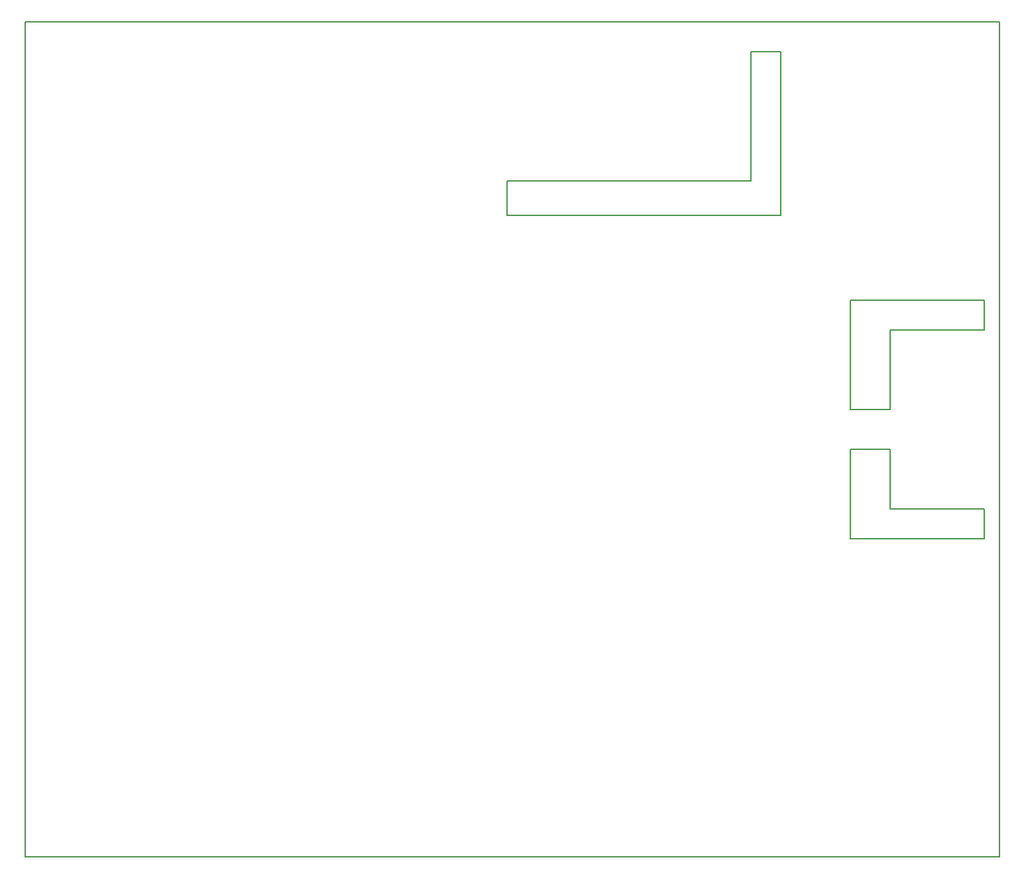
<source format=gm1>
G04 #@! TF.GenerationSoftware,KiCad,Pcbnew,5.0.0-rc2*
G04 #@! TF.CreationDate,2019-07-22T20:15:04-04:00*
G04 #@! TF.ProjectId,batterystation,6261747465727973746174696F6E2E6B,rev?*
G04 #@! TF.SameCoordinates,Original*
G04 #@! TF.FileFunction,Profile,NP*
%FSLAX46Y46*%
G04 Gerber Fmt 4.6, Leading zero omitted, Abs format (unit mm)*
G04 Created by KiCad (PCBNEW 5.0.0-rc2) date Mon Jul 22 20:15:04 2019*
%MOMM*%
%LPD*%
G01*
G04 APERTURE LIST*
%ADD10C,0.152400*%
G04 APERTURE END LIST*
D10*
X163830000Y-68580000D02*
X163830000Y-52070000D01*
X132715000Y-68580000D02*
X163830000Y-68580000D01*
X132715000Y-73025000D02*
X132715000Y-68580000D01*
X167640000Y-73025000D02*
X132715000Y-73025000D01*
X167640000Y-72390000D02*
X167640000Y-73025000D01*
X167640000Y-52070000D02*
X167640000Y-72390000D01*
X167640000Y-52070000D02*
X163830000Y-52070000D01*
X163830000Y-48260000D02*
X167640000Y-48260000D01*
X163830000Y-48260000D02*
X71120000Y-48260000D01*
X195580000Y-48260000D02*
X167640000Y-48260000D01*
X193675000Y-83820000D02*
X193040000Y-83820000D01*
X193675000Y-87630000D02*
X193675000Y-83820000D01*
X193040000Y-87630000D02*
X193675000Y-87630000D01*
X193675000Y-114300000D02*
X193040000Y-114300000D01*
X193675000Y-110490000D02*
X193675000Y-114300000D01*
X193040000Y-110490000D02*
X193675000Y-110490000D01*
X181610000Y-110490000D02*
X193040000Y-110490000D01*
X181610000Y-110490000D02*
X181610000Y-105410000D01*
X193040000Y-83820000D02*
X176530000Y-83820000D01*
X181610000Y-87630000D02*
X193040000Y-87630000D01*
X193040000Y-114300000D02*
X179070000Y-114300000D01*
X195580000Y-105410000D02*
X195580000Y-114300000D01*
X195580000Y-87630000D02*
X195580000Y-83820000D01*
X195580000Y-114300000D02*
X195580000Y-152400000D01*
X195580000Y-83820000D02*
X195580000Y-48260000D01*
X195580000Y-105410000D02*
X195580000Y-87630000D01*
X176530000Y-114300000D02*
X179070000Y-114300000D01*
X176530000Y-102870000D02*
X176530000Y-114300000D01*
X181610000Y-102870000D02*
X181610000Y-105410000D01*
X176530000Y-102870000D02*
X181610000Y-102870000D01*
X176530000Y-97790000D02*
X176530000Y-83820000D01*
X181610000Y-97790000D02*
X176530000Y-97790000D01*
X181610000Y-87630000D02*
X181610000Y-97790000D01*
X195580000Y-154940000D02*
X195580000Y-152400000D01*
X71120000Y-154940000D02*
X195580000Y-154940000D01*
X71120000Y-48260000D02*
X71120000Y-154940000D01*
M02*

</source>
